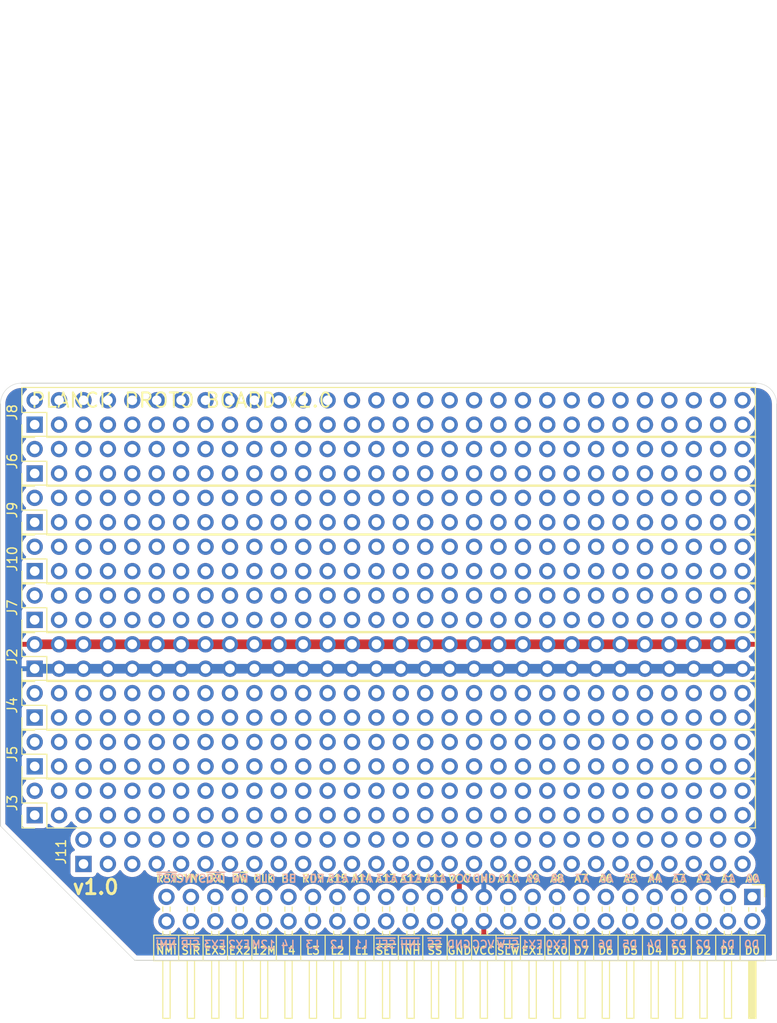
<source format=kicad_pcb>
(kicad_pcb (version 20211014) (generator pcbnew)
  (title_block (title "Planck proto board") (date "2023-02-25") (rev "${VERSION}") (company "Six Pixels"))
  (layers (0 "F.Cu" signal) (31 "B.Cu" signal) (34 "B.Paste" user) (35 "F.Paste" user) (36 "B.SilkS" user "B.Silkscreen") (37 "F.SilkS" user "F.Silkscreen") (38 "B.Mask" user) (39 "F.Mask" user) (44 "Edge.Cuts" user))
  (property "VERSION" "v1.0")
  (net 0 "")
  (net 1 "RDY")
  (net 2 "A15")
  (net 3 "A14")
  (net 4 "A13")
  (net 5 "A12")
  (net 6 "A11")
  (net 7 "GND")
  (net 8 "+5V")
  (net 9 "A10")
  (net 10 "A9")
  (net 11 "A8")
  (net 12 "D7")
  (net 13 "A7")
  (net 14 "D6")
  (net 15 "A6")
  (net 16 "D5")
  (net 17 "A5")
  (net 18 "D4")
  (net 19 "A4")
  (net 20 "D3")
  (net 21 "A3")
  (net 22 "D2")
  (net 23 "A2")
  (net 24 "D1")
  (net 25 "A1")
  (net 26 "D0")
  (net 27 "A0")
  (net 28 "CLK")
  (net 29 "BE")
  (net 30 "SYNC")
  (net 31 "EX3")
  (net 32 "EX2")
  (net 33 "EX1")
  (net 34 "EX0")
  (net 35 "~{NMI}")
  (net 36 "~{RESET}")
  (net 37 "~{SLOT_IRQ}")
  (net 38 "~{IRQ}")
  (net 39 "R~{W}")
  (net 40 "CLK_12M")
  (net 41 "LED4")
  (net 42 "LED3")
  (net 43 "LED2")
  (net 44 "LED1")
  (net 45 "~{SLOT_SEL}")
  (net 46 "~{INH}")
  (net 47 "~{SSEL}")
  (net 48 "~{SLOW}")
  (footprint "Connector_PinHeader_2.54mm:PinHeader_2x25_P2.54mm_Horizontal" (layer "F.Cu") (at 183.515 130.937 -90)
    (fp_text reference "J1" hide)
    (fp_text value "Conn_01x40")
  )
  (footprint "Connector_PinHeader_2.54mm:PinHeader_2x28_P2.54mm_Vertical" (layer "F.Cu") (at 113.919 127.508 90)
    (fp_text reference "J11")
    (fp_text value "Conn_02x28_Odd_Even")
  )
  (footprint "Connector_PinHeader_2.54mm:PinHeader_2x30_P2.54mm_Vertical" (layer "F.Cu") (at 108.839 112.268 90)
    (fp_text reference "J4")
    (fp_text value "Conn_02x30_Odd_Even")
  )
  (footprint "Connector_PinHeader_2.54mm:PinHeader_2x30_P2.54mm_Vertical" (layer "F.Cu") (at 108.839 81.788 90)
    (fp_text reference "J8")
    (fp_text value "Conn_02x30_Odd_Even")
  )
  (footprint "Connector_PinHeader_2.54mm:PinHeader_2x30_P2.54mm_Vertical" (layer "F.Cu") (at 108.839 102.108 90)
    (fp_text reference "J7")
    (fp_text value "Conn_02x30_Odd_Even")
  )
  (footprint "Connector_PinHeader_2.54mm:PinHeader_2x30_P2.54mm_Vertical" (layer "F.Cu") (at 108.844 122.433 90)
    (fp_text reference "J3")
    (fp_text value "Conn_02x30_Odd_Even")
  )
  (footprint "Connector_PinHeader_2.54mm:PinHeader_2x30_P2.54mm_Vertical" (layer "F.Cu") (at 108.839 107.188 90)
    (fp_text reference "J2")
    (fp_text value "Conn_02x30_Odd_Even")
  )
  (footprint "Connector_PinHeader_2.54mm:PinHeader_2x30_P2.54mm_Vertical" (layer "F.Cu") (at 108.844 117.353 90)
    (fp_text reference "J5")
    (fp_text value "Conn_02x30_Odd_Even")
  )
  (footprint "Connector_PinHeader_2.54mm:PinHeader_2x30_P2.54mm_Vertical" (layer "F.Cu") (at 108.839 91.948 90)
    (fp_text reference "J9")
    (fp_text value "Conn_02x30_Odd_Even")
  )
  (footprint "Connector_PinHeader_2.54mm:PinHeader_2x30_P2.54mm_Vertical" (layer "F.Cu") (at 108.839 86.868 90)
    (fp_text reference "J6")
    (fp_text value "Conn_02x30_Odd_Even")
  )
  (footprint "Connector_PinHeader_2.54mm:PinHeader_2x30_P2.54mm_Vertical" (layer "F.Cu") (at 108.844 97.033 90)
    (fp_text reference "J10")
    (fp_text value "Conn_02x30_Odd_Even")
  )
  (gr_arc (start 105.283 79.629) (mid 105.915356 78.102356) (end 107.442 77.47) (layer "Edge.Cuts") (width 0.05))
  (gr_line (start 186.055 137.541) (end 119.253 137.541) (layer "Edge.Cuts") (width 0.1))
  (gr_arc (start 183.896 77.47) (mid 185.422644 78.102356) (end 186.055 79.629) (layer "Edge.Cuts") (width 0.05))
  (gr_line (start 107.442 77.47) (end 183.896 77.47) (layer "Edge.Cuts") (width 0.1))
  (gr_line (start 186.055 79.629) (end 186.055 137.541) (layer "Edge.Cuts") (width 0.1))
  (gr_line (start 105.283 123.571) (end 105.283 79.629) (layer "Edge.Cuts") (width 0.1))
  (gr_line (start 119.253 137.541) (end 105.283 123.571) (layer "Edge.Cuts") (width 0.05))
  (gr_text "D0" (at 183.4515 135.89) (layer "B.SilkS") (effects (font (size 0.8 0.8)) (justify mirror)))
  (gr_text "D1" (at 180.9115 135.89) (layer "B.SilkS") (effects (font (size 0.8 0.8)) (justify mirror)))
  (gr_text "~{SS}" (at 150.4315 135.89) (layer "B.SilkS") (effects (font (size 0.8 0.8)) (justify mirror)))
  (gr_text "D2" (at 178.3715 135.89) (layer "B.SilkS") (effects (font (size 0.8 0.8)) (justify mirror)))
  (gr_text "GND" (at 152.9715 135.89) (layer "B.SilkS") (effects (font (size 0.8 0.8)) (justify mirror)))
  (gr_text "D3" (at 175.8315 135.89) (layer "B.SilkS") (effects (font (size 0.8 0.8)) (justify mirror)))
  (gr_text "VCC" (at 155.5115 135.89) (layer "B.SilkS") (effects (font (size 0.8 0.8)) (justify mirror)))
  (gr_text "D7" (at 165.6715 135.89) (layer "B.SilkS") (effects (font (size 0.8 0.8)) (justify mirror)))
  (gr_text "EX0" (at 163.1315 135.89) (layer "B.SilkS") (effects (font (size 0.8 0.8)) (justify mirror)))
  (gr_text "D6" (at 168.2115 135.89) (layer "B.SilkS") (effects (font (size 0.8 0.8)) (justify mirror)))
  (gr_text "EX1" (at 160.5915 135.89) (layer "B.SilkS") (effects (font (size 0.8 0.8)) (justify mirror)))
  (gr_text "D5" (at 170.7515 135.89) (layer "B.SilkS") (effects (font (size 0.8 0.8)) (justify mirror)))
  (gr_text "~{SLW}" (at 158.0515 135.89) (layer "B.SilkS") (effects (font (size 0.8 0.8)) (justify mirror)))
  (gr_text "D4" (at 173.2915 135.89) (layer "B.SilkS") (effects (font (size 0.8 0.8)) (justify mirror)))
  (gr_text "L2" (at 140.2715 135.89) (layer "B.SilkS") (effects (font (size 0.8 0.8)) (justify mirror)))
  (gr_text "L4" (at 135.1915 135.89) (layer "B.SilkS") (effects (font (size 0.8 0.8)) (justify mirror)))
  (gr_text "EX3" (at 127.5715 135.89) (layer "B.SilkS") (effects (font (size 0.8 0.8)) (justify mirror)))
  (gr_text "L3" (at 137.7315 135.89) (layer "B.SilkS") (effects (font (size 0.8 0.8)) (justify mirror)))
  (gr_text "L1" (at 142.8115 135.89) (layer "B.SilkS") (effects (font (size 0.8 0.8)) (justify mirror)))
  (gr_text "12M" (at 132.6515 135.89) (layer "B.SilkS") (effects (font (size 0.8 0.8)) (justify mirror)))
  (gr_text "~{SEL}" (at 145.3515 135.89) (layer "B.SilkS") (effects (font (size 0.8 0.8)) (justify mirror)))
  (gr_text "~{INH}" (at 147.8915 135.89) (layer "B.SilkS") (effects (font (size 0.8 0.8)) (justify mirror)))
  (gr_text "EX2" (at 130.1115 135.89) (layer "B.SilkS") (effects (font (size 0.8 0.8)) (justify mirror)))
  (gr_text "~{SIR}" (at 125.0315 135.89) (layer "B.SilkS") (effects (font (size 0.8 0.8)) (justify mirror)))
  (gr_text "~{NMI}" (at 122.4915 135.89) (layer "B.SilkS") (effects (font (size 0.8 0.8)) (justify mirror)))
  (gr_text "BE" (at 135.3185 129.032) (layer "B.SilkS") (effects (font (size 0.8 0.8)) (justify mirror)))
  (gr_text "A6" (at 168.3385 129.032) (layer "B.SilkS") (effects (font (size 0.8 0.8)) (justify mirror)))
  (gr_text "SYNC" (at 125.1585 129.032) (layer "B.SilkS") (effects (font (size 0.8 0.8)) (justify mirror)))
  (gr_text "GND" (at 155.6385 129.032) (layer "B.SilkS") (effects (font (size 0.8 0.8)) (justify mirror)))
  (gr_text "A3" (at 175.9585 129.032) (layer "B.SilkS") (effects (font (size 0.8 0.8)) (justify mirror)))
  (gr_text "VCC" (at 153.0985 129.032) (layer "B.SilkS") (effects (font (size 0.8 0.8)) (justify mirror)))
  (gr_text "A11" (at 150.5585 129.032) (layer "B.SilkS") (effects (font (size 0.8 0.8)) (justify mirror)))
  (gr_text "A12" (at 148.0185 129.032) (layer "B.SilkS") (effects (font (size 0.8 0.8)) (justify mirror)))
  (gr_text "~{IRQ}" (at 127.6985 129.032) (layer "B.SilkS") (effects (font (size 0.8 0.8)) (justify mirror)))
  (gr_text "A15" (at 140.3985 129.032) (layer "B.SilkS") (effects (font (size 0.8 0.8)) (justify mirror)))
  (gr_text "RDY" (at 137.8585 129.032) (layer "B.SilkS") (effects (font (size 0.8 0.8)) (justify mirror)))
  (gr_text "A8" (at 163.2585 129.032) (layer "B.SilkS") (effects (font (size 0.8 0.8)) (justify mirror)))
  (gr_text "A9" (at 160.7185 129.032) (layer "B.SilkS") (effects (font (size 0.8 0.8)) (justify mirror)))
  (gr_text "A13" (at 145.4785 129.032) (layer "B.SilkS") (effects (font (size 0.8 0.8)) (justify mirror)))
  (gr_text "A14" (at 142.9385 129.032) (layer "B.SilkS") (effects (font (size 0.8 0.8)) (justify mirror)))
  (gr_text "A1" (at 181.0385 129.032) (layer "B.SilkS") (effects (font (size 0.8 0.8)) (justify mirror)))
  (gr_text "A0" (at 183.5785 129.032) (layer "B.SilkS") (effects (font (size 0.8 0.8)) (justify mirror)))
  (gr_text "A2" (at 178.4985 129.032) (layer "B.SilkS") (effects (font (size 0.8 0.8)) (justify mirror)))
  (gr_text "A4" (at 173.4185 129.032) (layer "B.SilkS") (effects (font (size 0.8 0.8)) (justify mirror)))
  (gr_text "A5" (at 170.8785 129.032) (layer "B.SilkS") (effects (font (size 0.8 0.8)) (justify mirror)))
  (gr_text "A10" (at 158.1785 129.032) (layer "B.SilkS") (effects (font (size 0.8 0.8)) (justify mirror)))
  (gr_text "A7" (at 165.7985 129.032) (layer "B.SilkS") (effects (font (size 0.8 0.8)) (justify mirror)))
  (gr_text "CLK" (at 132.7785 129.032) (layer "B.SilkS") (effects (font (size 0.8 0.8)) (justify mirror)))
  (gr_text "R~{W}" (at 130.2385 129.032) (layer "B.SilkS") (effects (font (size 0.8 0.8)) (justify mirror)))
  (gr_text "~{RST}" (at 122.6185 129.032) (layer "B.SilkS") (effects (font (size 0.8 0.8)) (justify mirror)))
  (gr_text "~{SIR}" (at 125.095 136.525) (layer "F.SilkS") (effects (font (size 0.8 0.8))))
  (gr_text "EX3" (at 127.635 136.525) (layer "F.SilkS") (effects (font (size 0.8 0.8))))
  (gr_text "EX2" (at 130.175 136.525) (layer "F.SilkS") (effects (font (size 0.8 0.8))))
  (gr_text "12M" (at 132.715 136.525) (layer "F.SilkS") (effects (font (size 0.8 0.8))))
  (gr_text "L4" (at 135.255 136.525) (layer "F.SilkS") (effects (font (size 0.8 0.8))))
  (gr_text "L3" (at 137.795 136.525) (layer "F.SilkS") (effects (font (size 0.8 0.8))))
  (gr_text "L2" (at 140.335 136.525) (layer "F.SilkS") (effects (font (size 0.8 0.8))))
  (gr_text "L1" (at 142.875 136.525) (layer "F.SilkS") (effects (font (size 0.8 0.8))))
  (gr_text "~{SEL}" (at 145.415 136.525) (layer "F.SilkS") (effects (font (size 0.8 0.8))))
  (gr_text "~{INH}" (at 147.955 136.525) (layer "F.SilkS") (effects (font (size 0.8 0.8))))
  (gr_text "~{SS}" (at 150.495 136.525) (layer "F.SilkS") (effects (font (size 0.8 0.8))))
  (gr_text "GND" (at 153.035 136.525) (layer "F.SilkS") (effects (font (size 0.8 0.8))))
  (gr_text "VCC" (at 155.575 136.525) (layer "F.SilkS") (effects (font (size 0.8 0.8))))
  (gr_text "~{SLW}" (at 158.115 136.525) (layer "F.SilkS") (effects (font (size 0.8 0.8))))
  (gr_text "EX1" (at 160.655 136.525) (layer "F.SilkS") (effects (font (size 0.8 0.8))))
  (gr_text "EX0" (at 163.195 136.525) (layer "F.SilkS") (effects (font (size 0.8 0.8))))
  (gr_text "D7" (at 165.735 136.525) (layer "F.SilkS") (effects (font (size 0.8 0.8))))
  (gr_text "D6" (at 168.275 136.525) (layer "F.SilkS") (effects (font (size 0.8 0.8))))
  (gr_text "D5" (at 170.815 136.525) (layer "F.SilkS") (effects (font (size 0.8 0.8))))
  (gr_text "D4" (at 173.355 136.525) (layer "F.SilkS") (effects (font (size 0.8 0.8))))
  (gr_text "D3" (at 175.895 136.525) (layer "F.SilkS") (effects (font (size 0.8 0.8))))
  (gr_text "D2" (at 178.435 136.525) (layer "F.SilkS") (effects (font (size 0.8 0.8))))
  (gr_text "D1" (at 180.975 136.525) (layer "F.SilkS") (effects (font (size 0.8 0.8))))
  (gr_text "D0" (at 183.515 136.525) (layer "F.SilkS") (effects (font (size 0.8 0.8))))
  (gr_text "~{RST}" (at 122.555 129.032) (layer "F.SilkS") (effects (font (size 0.8 0.8))))
  (gr_text "SYNC" (at 125.095 129.032) (layer "F.SilkS") (effects (font (size 0.8 0.8))))
  (gr_text "~{IRQ}" (at 127.635 129.032) (layer "F.SilkS") (effects (font (size 0.8 0.8))))
  (gr_text "R~{W}" (at 130.175 129.032) (layer "F.SilkS") (effects (font (size 0.8 0.8))))
  (gr_text "CLK" (at 132.715 129.032) (layer "F.SilkS") (effects (font (size 0.8 0.8))))
  (gr_text "BE" (at 135.255 129.032) (layer "F.SilkS") (effects (font (size 0.8 0.8))))
  (gr_text "RDY" (at 137.795 129.032) (layer "F.SilkS") (effects (font (size 0.8 0.8))))
  (gr_text "A15" (at 140.335 129.032) (layer "F.SilkS") (effects (font (size 0.8 0.8))))
  (gr_text "A14" (at 142.875 129.032) (layer "F.SilkS") (effects (font (size 0.8 0.8))))
  (gr_text "A13" (at 145.415 129.032) (layer "F.SilkS") (effects (font (size 0.8 0.8))))
  (gr_text "A12" (at 147.955 129.032) (layer "F.SilkS") (effects (font (size 0.8 0.8))))
  (gr_text "A11" (at 150.495 129.032) (layer "F.SilkS") (effects (font (size 0.8 0.8))))
  (gr_text "VCC" (at 153.035 129.032) (layer "F.SilkS") (effects (font (size 0.8 0.8))))
  (gr_text "GND" (at 155.575 129.032) (layer "F.SilkS") (effects (font (size 0.8 0.8))))
  (gr_text "A10" (at 158.115 129.032) (layer "F.SilkS") (effects (font (size 0.8 0.8))))
  (gr_text "A9" (at 160.655 129.032) (layer "F.SilkS") (effects (font (size 0.8 0.8))))
  (gr_text "A8" (at 163.195 129.032) (layer "F.SilkS") (effects (font (size 0.8 0.8))))
  (gr_text "A7" (at 165.735 129.032) (layer "F.SilkS") (effects (font (size 0.8 0.8))))
  (gr_text "A6" (at 168.275 129.032) (layer "F.SilkS") (effects (font (size 0.8 0.8))))
  (gr_text "A5" (at 170.815 129.032) (layer "F.SilkS") (effects (font (size 0.8 0.8))))
  (gr_text "A4" (at 173.355 129.032) (layer "F.SilkS") (effects (font (size 0.8 0.8))))
  (gr_text "A3" (at 175.895 129.032) (layer "F.SilkS") (effects (font (size 0.8 0.8))))
  (gr_text "A2" (at 178.435 129.032) (layer "F.SilkS") (effects (font (size 0.8 0.8))))
  (gr_text "A1" (at 180.975 129.032) (layer "F.SilkS") (effects (font (size 0.8 0.8))))
  (gr_text "A0" (at 183.515 129.032) (layer "F.SilkS") (effects (font (size 0.8 0.8))))
  (gr_text "${VERSION}" (at 115.189 129.921) (layer "F.SilkS") (effects (font (size 1.5 1.5) (thickness 0.3))))
  (gr_text "~{NMI}" (at 122.555 136.525) (layer "F.SilkS") (effects (font (size 0.8 0.8))))
  (gr_text "PLANCK PROTO BOARD ${VERSION}" (at 124.1425 79.248) (layer "F.SilkS") (effects (font (size 1.5 1.5) (thickness 0.2))))
  (segment (start 108.839 107.188) (end 182.499 107.188) (width 1) (layer "B.Cu") (net 7))
  (segment (start 182.499 104.648) (end 108.839 104.648) (width 1) (layer "F.Cu") (net 8))
  (zone (net 8) (net_name "+5V") (layer "F.Cu") (connect_pads (clearance 0.508)) (min_thickness 0.254) (fill yes (thermal_gap 0.508) (thermal_bridge_width 0.508))
    (polygon (pts (xy 186.055 37.592) (xy 186.055 137.541) (xy 105.283 137.541) (xy 105.283 37.592)))
  )
  (zone (net 7) (net_name "GND") (layer "B.Cu") (connect_pads (clearance 0.508)) (min_thickness 0.254) (fill yes (thermal_gap 0.508) (thermal_bridge_width 0.508))
    (polygon (pts (xy 186.055 37.592) (xy 186.055 137.541) (xy 105.283 137.541) (xy 105.283 37.592)))
  )
)
</source>
